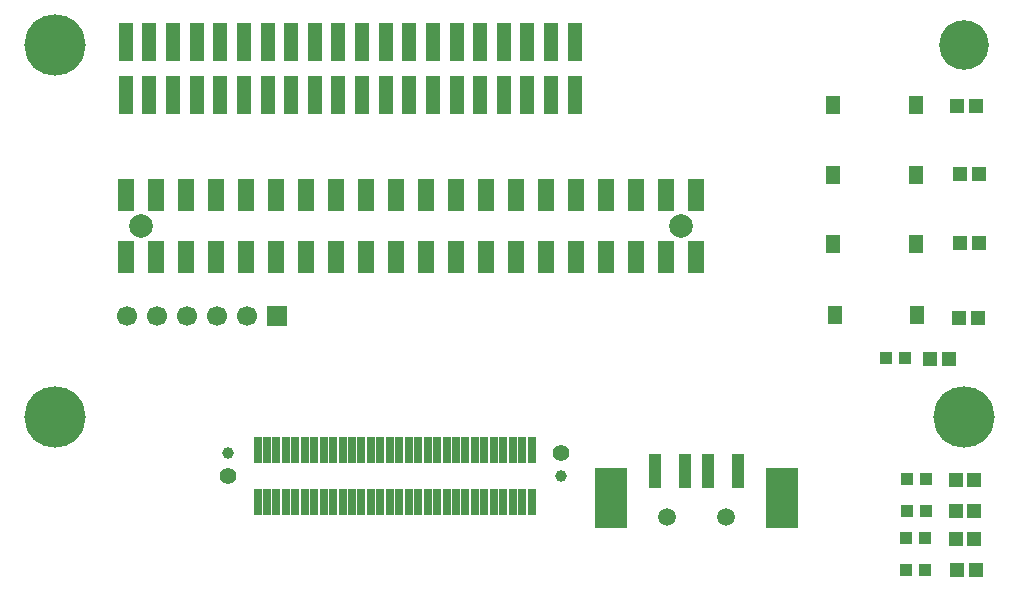
<source format=gts>
%FSTAX24Y24*%
%MOMM*%
%SFA1B1*%

%IPPOS*%
%ADD26C,1.499997*%
%ADD40R,1.199998X1.599997*%
%ADD41R,1.199998X1.149998*%
%ADD42R,1.199998X3.199994*%
%ADD43R,0.699999X2.199996*%
%ADD44R,0.999998X0.999998*%
%ADD45R,2.699995X5.199990*%
%ADD46R,1.099998X2.999994*%
%ADD47R,1.399997X2.699995*%
%ADD48C,0.999998*%
%ADD49C,1.399997*%
%ADD50C,5.199990*%
%ADD51C,4.199992*%
%ADD52C,1.699997*%
%ADD53R,1.699997X1.699997*%
%ADD54C,1.999996*%
%LNio-testing-mezzanine-1*%
%LPD*%
G54D26*
X657999Y200499D03*
X707999D03*
G54D40*
X799099Y489799D03*
X869099D03*
X799099Y548799D03*
X869099D03*
X799099Y430799D03*
X869099D03*
X8001Y370799D03*
X870099D03*
G54D41*
X920099Y547799D03*
X904099D03*
X922099Y490799D03*
X906099D03*
X921099Y368799D03*
X905099D03*
X918499Y231099D03*
X902499D03*
X922099Y4318D03*
X906099D03*
X918499Y204999D03*
X902499D03*
X896699Y333599D03*
X880699D03*
X918499Y181099D03*
X902499D03*
X919499Y155099D03*
X903499D03*
G54D42*
X199999Y602499D03*
Y557499D03*
X219999Y602499D03*
Y557499D03*
X239999Y602499D03*
Y557499D03*
X259999Y602499D03*
Y557499D03*
X279999Y602499D03*
Y557499D03*
X299999Y602499D03*
Y557499D03*
X319999Y602499D03*
Y557499D03*
X339999Y602499D03*
Y557499D03*
X359999Y602499D03*
Y557499D03*
X379999Y602499D03*
Y557499D03*
X399999Y602499D03*
Y557499D03*
X419999Y602499D03*
Y557499D03*
X439999Y602499D03*
Y557499D03*
X459999Y602499D03*
Y557499D03*
X479999Y602499D03*
Y557499D03*
X499999Y602499D03*
Y557499D03*
X519999Y602499D03*
Y557499D03*
X539999Y602499D03*
Y557499D03*
X559999Y602499D03*
Y557499D03*
X579999Y602499D03*
Y557499D03*
G54D43*
X543499Y256499D03*
X535499D03*
X527499D03*
X519499D03*
X511499D03*
X503499D03*
X495499D03*
X487499D03*
X479499D03*
X471499D03*
X463499D03*
X455499D03*
X447499D03*
X439499D03*
X431499D03*
X423499D03*
X415499D03*
X407499D03*
X399499D03*
X391499D03*
X383499D03*
X375499D03*
X367499D03*
X359499D03*
X351499D03*
X343499D03*
X335499D03*
X327499D03*
X319499D03*
X311499Y212499D03*
X543499D03*
X535499D03*
X527499D03*
X519499D03*
X511499D03*
X503499D03*
X495499D03*
X487499D03*
X479499D03*
X471499D03*
X463499D03*
X455499D03*
X447499D03*
X439499D03*
X431499D03*
X423499D03*
X415499D03*
X407499D03*
X399499D03*
X391499D03*
X383499D03*
X375499D03*
X367499D03*
X359499D03*
X351499D03*
X343499D03*
X335499D03*
X327499D03*
X319499D03*
X311499Y256499D03*
G54D44*
X860499Y155099D03*
X876499D03*
X859699Y334599D03*
X843699D03*
X877499Y232099D03*
X861499D03*
X877499Y205099D03*
X861499D03*
X876499Y182099D03*
X860499D03*
G54D45*
X755499Y216499D03*
X610499D03*
G54D46*
X647999Y238999D03*
X672999D03*
X692999D03*
X717999D03*
G54D47*
X199999Y472599D03*
Y419999D03*
X225399Y472599D03*
Y419999D03*
X250799Y472599D03*
Y419999D03*
X276199Y472599D03*
Y419999D03*
X301599Y472599D03*
Y419999D03*
X326999Y472599D03*
Y419999D03*
X352399Y472599D03*
Y419999D03*
X377799Y472599D03*
Y419999D03*
X403199Y472599D03*
Y419999D03*
X428599Y472599D03*
Y419999D03*
X453999Y472599D03*
Y419999D03*
X479399Y472599D03*
Y419999D03*
X504799Y472599D03*
Y419999D03*
X530199Y472599D03*
Y419999D03*
X555599Y472599D03*
Y419999D03*
X580999Y472599D03*
Y419999D03*
X606399Y472599D03*
Y419999D03*
X631799Y472599D03*
Y419999D03*
X657199Y472599D03*
Y419999D03*
X682599Y472599D03*
Y419999D03*
G54D48*
X568499Y234499D03*
X286499Y254499D03*
G54D49*
X286499Y234499D03*
X568499Y254499D03*
G54D50*
X139999Y284999D03*
X909999D03*
X139999Y599999D03*
G54D51*
X909999Y599999D03*
G54D52*
X200599Y370399D03*
X225999D03*
X251399D03*
X276799D03*
X302199D03*
G54D53*
X327599Y370399D03*
G54D54*
X669899Y446099D03*
X212699Y446299D03*
M02*
</source>
